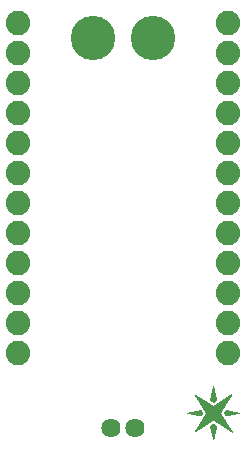
<source format=gts>
G75*
G70*
%OFA0B0*%
%FSLAX24Y24*%
%IPPOS*%
%LPD*%
%AMOC8*
5,1,8,0,0,1.08239X$1,22.5*
%
%ADD10C,0.0820*%
%ADD11C,0.0640*%
%ADD12C,0.1480*%
%ADD13C,0.0010*%
D10*
X001100Y004178D03*
X001100Y005178D03*
X001100Y006178D03*
X001100Y007178D03*
X001100Y008178D03*
X001100Y009178D03*
X001100Y010178D03*
X001100Y011178D03*
X001100Y012178D03*
X001100Y013178D03*
X001100Y014178D03*
X001100Y015178D03*
X008100Y015178D03*
X008100Y014178D03*
X008100Y013178D03*
X008100Y012178D03*
X008100Y011178D03*
X008100Y010178D03*
X008100Y009178D03*
X008100Y008178D03*
X008100Y007178D03*
X008100Y006178D03*
X008100Y005178D03*
X008100Y004178D03*
D11*
X004994Y001678D03*
X004206Y001678D03*
D12*
X003600Y014678D03*
X005600Y014678D03*
D13*
X007600Y003058D02*
X007700Y002598D01*
X007600Y002538D01*
X007500Y002598D01*
X007600Y003058D01*
X007598Y003050D02*
X007602Y003050D01*
X007604Y003041D02*
X007596Y003041D01*
X007594Y003033D02*
X007606Y003033D01*
X007607Y003024D02*
X007593Y003024D01*
X007591Y003016D02*
X007609Y003016D01*
X007611Y003007D02*
X007589Y003007D01*
X007587Y002999D02*
X007613Y002999D01*
X007615Y002990D02*
X007585Y002990D01*
X007583Y002982D02*
X007617Y002982D01*
X007618Y002973D02*
X007582Y002973D01*
X007580Y002965D02*
X007620Y002965D01*
X007622Y002956D02*
X007578Y002956D01*
X007576Y002948D02*
X007624Y002948D01*
X007626Y002939D02*
X007574Y002939D01*
X007572Y002931D02*
X007628Y002931D01*
X007630Y002922D02*
X007570Y002922D01*
X007569Y002914D02*
X007631Y002914D01*
X007633Y002905D02*
X007567Y002905D01*
X007565Y002897D02*
X007635Y002897D01*
X007637Y002888D02*
X007563Y002888D01*
X007561Y002880D02*
X007639Y002880D01*
X007641Y002871D02*
X007559Y002871D01*
X007558Y002863D02*
X007642Y002863D01*
X007644Y002854D02*
X007556Y002854D01*
X007554Y002846D02*
X007646Y002846D01*
X007648Y002837D02*
X007552Y002837D01*
X007550Y002829D02*
X007650Y002829D01*
X007652Y002820D02*
X007548Y002820D01*
X007546Y002812D02*
X007654Y002812D01*
X007655Y002803D02*
X007545Y002803D01*
X007543Y002795D02*
X007657Y002795D01*
X007659Y002786D02*
X007541Y002786D01*
X007539Y002778D02*
X007661Y002778D01*
X007663Y002769D02*
X007537Y002769D01*
X007535Y002761D02*
X007665Y002761D01*
X007667Y002752D02*
X007533Y002752D01*
X007532Y002744D02*
X007668Y002744D01*
X007670Y002735D02*
X007530Y002735D01*
X007528Y002727D02*
X007672Y002727D01*
X007674Y002718D02*
X007526Y002718D01*
X007524Y002710D02*
X007676Y002710D01*
X007678Y002701D02*
X007522Y002701D01*
X007521Y002693D02*
X007679Y002693D01*
X007681Y002684D02*
X007519Y002684D01*
X007517Y002676D02*
X007683Y002676D01*
X007685Y002667D02*
X007515Y002667D01*
X007513Y002659D02*
X007687Y002659D01*
X007689Y002650D02*
X007511Y002650D01*
X007509Y002642D02*
X007691Y002642D01*
X007692Y002633D02*
X007508Y002633D01*
X007506Y002625D02*
X007694Y002625D01*
X007696Y002616D02*
X007504Y002616D01*
X007502Y002608D02*
X007698Y002608D01*
X007700Y002599D02*
X007500Y002599D01*
X007512Y002591D02*
X007688Y002591D01*
X007673Y002582D02*
X007527Y002582D01*
X007541Y002574D02*
X007659Y002574D01*
X007645Y002565D02*
X007555Y002565D01*
X007569Y002557D02*
X007631Y002557D01*
X007617Y002548D02*
X007583Y002548D01*
X007597Y002540D02*
X007603Y002540D01*
X007661Y002438D02*
X007982Y002438D01*
X007987Y002446D02*
X007674Y002446D01*
X007687Y002455D02*
X007992Y002455D01*
X007998Y002463D02*
X007700Y002463D01*
X007713Y002472D02*
X008003Y002472D01*
X008008Y002480D02*
X007726Y002480D01*
X007739Y002489D02*
X008013Y002489D01*
X008019Y002497D02*
X007752Y002497D01*
X007765Y002506D02*
X008024Y002506D01*
X008029Y002514D02*
X007779Y002514D01*
X007792Y002523D02*
X008035Y002523D01*
X008040Y002531D02*
X007805Y002531D01*
X007818Y002540D02*
X008045Y002540D01*
X008051Y002548D02*
X007831Y002548D01*
X007844Y002557D02*
X008056Y002557D01*
X008061Y002565D02*
X007857Y002565D01*
X007870Y002574D02*
X008066Y002574D01*
X008072Y002582D02*
X007883Y002582D01*
X007896Y002591D02*
X008077Y002591D01*
X008082Y002599D02*
X007909Y002599D01*
X007922Y002608D02*
X008088Y002608D01*
X008093Y002616D02*
X007935Y002616D01*
X007949Y002625D02*
X008098Y002625D01*
X008103Y002633D02*
X007962Y002633D01*
X007975Y002642D02*
X008109Y002642D01*
X008114Y002650D02*
X007988Y002650D01*
X008001Y002659D02*
X008119Y002659D01*
X008125Y002667D02*
X008014Y002667D01*
X008027Y002676D02*
X008130Y002676D01*
X008135Y002684D02*
X008040Y002684D01*
X008053Y002693D02*
X008141Y002693D01*
X008146Y002701D02*
X008066Y002701D01*
X008079Y002710D02*
X008151Y002710D01*
X008156Y002718D02*
X008092Y002718D01*
X008105Y002727D02*
X008162Y002727D01*
X008167Y002735D02*
X008119Y002735D01*
X008132Y002744D02*
X008172Y002744D01*
X008178Y002752D02*
X008145Y002752D01*
X008158Y002761D02*
X008183Y002761D01*
X008188Y002769D02*
X008171Y002769D01*
X008184Y002778D02*
X008193Y002778D01*
X008197Y002786D02*
X008199Y002786D01*
X008200Y002788D02*
X007600Y002398D01*
X006990Y002778D01*
X007370Y002178D01*
X006990Y001558D01*
X007600Y001958D01*
X008220Y001548D01*
X007820Y002178D01*
X008200Y002788D01*
X007976Y002429D02*
X007648Y002429D01*
X007635Y002421D02*
X007971Y002421D01*
X007966Y002412D02*
X007622Y002412D01*
X007609Y002404D02*
X007961Y002404D01*
X007955Y002395D02*
X007233Y002395D01*
X007238Y002387D02*
X007950Y002387D01*
X007945Y002378D02*
X007243Y002378D01*
X007249Y002370D02*
X007939Y002370D01*
X007934Y002361D02*
X007254Y002361D01*
X007259Y002353D02*
X007929Y002353D01*
X007923Y002344D02*
X007265Y002344D01*
X007270Y002336D02*
X007918Y002336D01*
X007913Y002327D02*
X007276Y002327D01*
X007281Y002319D02*
X007908Y002319D01*
X007902Y002310D02*
X007286Y002310D01*
X007292Y002301D02*
X007897Y002301D01*
X007892Y002293D02*
X007297Y002293D01*
X007303Y002284D02*
X007886Y002284D01*
X007881Y002276D02*
X007308Y002276D01*
X007313Y002267D02*
X007876Y002267D01*
X007870Y002259D02*
X007319Y002259D01*
X007324Y002250D02*
X007865Y002250D01*
X007860Y002242D02*
X007329Y002242D01*
X007335Y002233D02*
X007855Y002233D01*
X007849Y002225D02*
X007340Y002225D01*
X007346Y002216D02*
X007844Y002216D01*
X007839Y002208D02*
X007351Y002208D01*
X007356Y002199D02*
X007833Y002199D01*
X007828Y002191D02*
X007362Y002191D01*
X007367Y002182D02*
X007823Y002182D01*
X007823Y002174D02*
X007368Y002174D01*
X007362Y002165D02*
X007828Y002165D01*
X007833Y002157D02*
X007357Y002157D01*
X007352Y002148D02*
X007839Y002148D01*
X007844Y002140D02*
X007347Y002140D01*
X007342Y002131D02*
X007849Y002131D01*
X007855Y002123D02*
X007336Y002123D01*
X007331Y002114D02*
X007860Y002114D01*
X007866Y002106D02*
X007326Y002106D01*
X007321Y002097D02*
X007871Y002097D01*
X007876Y002089D02*
X007315Y002089D01*
X007310Y002080D02*
X007882Y002080D01*
X007887Y002072D02*
X007305Y002072D01*
X007300Y002063D02*
X007893Y002063D01*
X007898Y002055D02*
X007295Y002055D01*
X007289Y002046D02*
X007903Y002046D01*
X007909Y002038D02*
X007284Y002038D01*
X007279Y002029D02*
X007914Y002029D01*
X007920Y002021D02*
X007274Y002021D01*
X007269Y002012D02*
X007925Y002012D01*
X007930Y002004D02*
X007263Y002004D01*
X007258Y001995D02*
X007936Y001995D01*
X007941Y001987D02*
X007253Y001987D01*
X007248Y001978D02*
X007947Y001978D01*
X007952Y001970D02*
X007243Y001970D01*
X007237Y001961D02*
X007957Y001961D01*
X007963Y001953D02*
X007608Y001953D01*
X007620Y001944D02*
X007968Y001944D01*
X007974Y001936D02*
X007633Y001936D01*
X007646Y001927D02*
X007979Y001927D01*
X007984Y001919D02*
X007659Y001919D01*
X007672Y001910D02*
X007990Y001910D01*
X007995Y001902D02*
X007685Y001902D01*
X007697Y001893D02*
X008001Y001893D01*
X008006Y001885D02*
X007710Y001885D01*
X007723Y001876D02*
X008011Y001876D01*
X008017Y001868D02*
X007736Y001868D01*
X007749Y001859D02*
X008022Y001859D01*
X008028Y001851D02*
X007762Y001851D01*
X007775Y001842D02*
X008033Y001842D01*
X008038Y001834D02*
X007787Y001834D01*
X007800Y001825D02*
X008044Y001825D01*
X008049Y001817D02*
X007813Y001817D01*
X007826Y001808D02*
X008055Y001808D01*
X008060Y001800D02*
X007839Y001800D01*
X007852Y001791D02*
X008065Y001791D01*
X008071Y001783D02*
X007865Y001783D01*
X007877Y001774D02*
X008076Y001774D01*
X008082Y001766D02*
X007890Y001766D01*
X007903Y001757D02*
X008087Y001757D01*
X008092Y001749D02*
X007916Y001749D01*
X007929Y001740D02*
X008098Y001740D01*
X008103Y001732D02*
X007942Y001732D01*
X007955Y001723D02*
X008109Y001723D01*
X008114Y001715D02*
X007967Y001715D01*
X007980Y001706D02*
X008119Y001706D01*
X008125Y001698D02*
X007993Y001698D01*
X008006Y001689D02*
X008130Y001689D01*
X008136Y001681D02*
X008019Y001681D01*
X008032Y001672D02*
X008141Y001672D01*
X008146Y001664D02*
X008045Y001664D01*
X008057Y001655D02*
X008152Y001655D01*
X008157Y001647D02*
X008070Y001647D01*
X008083Y001638D02*
X008163Y001638D01*
X008168Y001630D02*
X008096Y001630D01*
X008109Y001621D02*
X008173Y001621D01*
X008179Y001613D02*
X008122Y001613D01*
X008135Y001604D02*
X008184Y001604D01*
X008190Y001596D02*
X008147Y001596D01*
X008160Y001587D02*
X008195Y001587D01*
X008200Y001579D02*
X008173Y001579D01*
X008186Y001570D02*
X008206Y001570D01*
X008211Y001562D02*
X008199Y001562D01*
X008212Y001553D02*
X008216Y001553D01*
X008108Y002106D02*
X008008Y002106D01*
X008014Y002097D02*
X008067Y002097D01*
X008025Y002089D02*
X008019Y002089D01*
X008020Y002088D02*
X008460Y002178D01*
X008020Y002268D01*
X007960Y002178D01*
X008020Y002088D01*
X008002Y002114D02*
X008150Y002114D01*
X008191Y002123D02*
X007997Y002123D01*
X007991Y002131D02*
X008233Y002131D01*
X008274Y002140D02*
X007985Y002140D01*
X007980Y002148D02*
X008316Y002148D01*
X008358Y002157D02*
X007974Y002157D01*
X007968Y002165D02*
X008399Y002165D01*
X008396Y002191D02*
X007969Y002191D01*
X007974Y002199D02*
X008355Y002199D01*
X008313Y002208D02*
X007980Y002208D01*
X007986Y002216D02*
X008272Y002216D01*
X008230Y002225D02*
X007991Y002225D01*
X007997Y002233D02*
X008188Y002233D01*
X008147Y002242D02*
X008003Y002242D01*
X008008Y002250D02*
X008105Y002250D01*
X008064Y002259D02*
X008014Y002259D01*
X008020Y002267D02*
X008022Y002267D01*
X007963Y002182D02*
X008438Y002182D01*
X008441Y002174D02*
X007963Y002174D01*
X007672Y001757D02*
X007528Y001757D01*
X007516Y001749D02*
X007684Y001749D01*
X007696Y001740D02*
X007504Y001740D01*
X007500Y001738D02*
X007600Y001808D01*
X007700Y001738D01*
X007600Y001298D01*
X007500Y001738D01*
X007501Y001732D02*
X007699Y001732D01*
X007697Y001723D02*
X007503Y001723D01*
X007505Y001715D02*
X007695Y001715D01*
X007693Y001706D02*
X007507Y001706D01*
X007509Y001698D02*
X007691Y001698D01*
X007689Y001689D02*
X007511Y001689D01*
X007513Y001681D02*
X007687Y001681D01*
X007685Y001672D02*
X007515Y001672D01*
X007517Y001664D02*
X007683Y001664D01*
X007681Y001655D02*
X007519Y001655D01*
X007521Y001647D02*
X007679Y001647D01*
X007677Y001638D02*
X007523Y001638D01*
X007525Y001630D02*
X007675Y001630D01*
X007674Y001621D02*
X007526Y001621D01*
X007528Y001613D02*
X007672Y001613D01*
X007670Y001604D02*
X007530Y001604D01*
X007532Y001596D02*
X007668Y001596D01*
X007666Y001587D02*
X007534Y001587D01*
X007536Y001579D02*
X007664Y001579D01*
X007662Y001570D02*
X007538Y001570D01*
X007540Y001562D02*
X007660Y001562D01*
X007658Y001553D02*
X007542Y001553D01*
X007544Y001545D02*
X007656Y001545D01*
X007654Y001536D02*
X007546Y001536D01*
X007548Y001528D02*
X007652Y001528D01*
X007650Y001519D02*
X007550Y001519D01*
X007552Y001511D02*
X007648Y001511D01*
X007646Y001502D02*
X007554Y001502D01*
X007555Y001494D02*
X007645Y001494D01*
X007643Y001485D02*
X007557Y001485D01*
X007559Y001477D02*
X007641Y001477D01*
X007639Y001468D02*
X007561Y001468D01*
X007563Y001460D02*
X007637Y001460D01*
X007635Y001451D02*
X007565Y001451D01*
X007567Y001443D02*
X007633Y001443D01*
X007631Y001434D02*
X007569Y001434D01*
X007571Y001426D02*
X007629Y001426D01*
X007627Y001417D02*
X007573Y001417D01*
X007575Y001409D02*
X007625Y001409D01*
X007623Y001400D02*
X007577Y001400D01*
X007579Y001392D02*
X007621Y001392D01*
X007619Y001383D02*
X007581Y001383D01*
X007582Y001375D02*
X007618Y001375D01*
X007616Y001366D02*
X007584Y001366D01*
X007586Y001358D02*
X007614Y001358D01*
X007612Y001349D02*
X007588Y001349D01*
X007590Y001341D02*
X007610Y001341D01*
X007608Y001332D02*
X007592Y001332D01*
X007594Y001324D02*
X007606Y001324D01*
X007604Y001315D02*
X007596Y001315D01*
X007598Y001307D02*
X007602Y001307D01*
X007600Y001298D02*
X007600Y001298D01*
X007540Y001766D02*
X007660Y001766D01*
X007648Y001774D02*
X007552Y001774D01*
X007564Y001783D02*
X007636Y001783D01*
X007624Y001791D02*
X007576Y001791D01*
X007589Y001800D02*
X007611Y001800D01*
X007541Y001919D02*
X007211Y001919D01*
X007206Y001910D02*
X007528Y001910D01*
X007515Y001902D02*
X007201Y001902D01*
X007196Y001893D02*
X007502Y001893D01*
X007489Y001885D02*
X007190Y001885D01*
X007185Y001876D02*
X007476Y001876D01*
X007463Y001868D02*
X007180Y001868D01*
X007175Y001859D02*
X007450Y001859D01*
X007437Y001851D02*
X007170Y001851D01*
X007164Y001842D02*
X007424Y001842D01*
X007411Y001834D02*
X007159Y001834D01*
X007154Y001825D02*
X007398Y001825D01*
X007385Y001817D02*
X007149Y001817D01*
X007144Y001808D02*
X007372Y001808D01*
X007359Y001800D02*
X007138Y001800D01*
X007133Y001791D02*
X007346Y001791D01*
X007333Y001783D02*
X007128Y001783D01*
X007123Y001774D02*
X007320Y001774D01*
X007307Y001766D02*
X007118Y001766D01*
X007112Y001757D02*
X007294Y001757D01*
X007281Y001749D02*
X007107Y001749D01*
X007102Y001740D02*
X007268Y001740D01*
X007255Y001732D02*
X007097Y001732D01*
X007091Y001723D02*
X007242Y001723D01*
X007229Y001715D02*
X007086Y001715D01*
X007081Y001706D02*
X007217Y001706D01*
X007204Y001698D02*
X007076Y001698D01*
X007071Y001689D02*
X007191Y001689D01*
X007178Y001681D02*
X007065Y001681D01*
X007060Y001672D02*
X007165Y001672D01*
X007152Y001664D02*
X007055Y001664D01*
X007050Y001655D02*
X007139Y001655D01*
X007126Y001647D02*
X007045Y001647D01*
X007039Y001638D02*
X007113Y001638D01*
X007100Y001630D02*
X007034Y001630D01*
X007029Y001621D02*
X007087Y001621D01*
X007074Y001613D02*
X007024Y001613D01*
X007019Y001604D02*
X007061Y001604D01*
X007048Y001596D02*
X007013Y001596D01*
X007008Y001587D02*
X007035Y001587D01*
X007022Y001579D02*
X007003Y001579D01*
X006998Y001570D02*
X007009Y001570D01*
X006996Y001562D02*
X006992Y001562D01*
X007216Y001927D02*
X007554Y001927D01*
X007567Y001936D02*
X007222Y001936D01*
X007227Y001944D02*
X007579Y001944D01*
X007592Y001953D02*
X007232Y001953D01*
X007180Y002088D02*
X007240Y002178D01*
X007180Y002268D01*
X006720Y002178D01*
X007180Y002088D01*
X007181Y002089D02*
X007175Y002089D01*
X007186Y002097D02*
X007131Y002097D01*
X007088Y002106D02*
X007192Y002106D01*
X007198Y002114D02*
X007044Y002114D01*
X007001Y002123D02*
X007203Y002123D01*
X007209Y002131D02*
X006957Y002131D01*
X006914Y002140D02*
X007215Y002140D01*
X007220Y002148D02*
X006871Y002148D01*
X006827Y002157D02*
X007226Y002157D01*
X007232Y002165D02*
X006784Y002165D01*
X006787Y002191D02*
X007231Y002191D01*
X007226Y002199D02*
X006830Y002199D01*
X006874Y002208D02*
X007220Y002208D01*
X007214Y002216D02*
X006917Y002216D01*
X006960Y002225D02*
X007209Y002225D01*
X007203Y002233D02*
X007004Y002233D01*
X007047Y002242D02*
X007197Y002242D01*
X007192Y002250D02*
X007091Y002250D01*
X007134Y002259D02*
X007186Y002259D01*
X007180Y002267D02*
X007178Y002267D01*
X007237Y002182D02*
X006743Y002182D01*
X006740Y002174D02*
X007237Y002174D01*
X007227Y002404D02*
X007591Y002404D01*
X007577Y002412D02*
X007222Y002412D01*
X007216Y002421D02*
X007564Y002421D01*
X007550Y002429D02*
X007211Y002429D01*
X007206Y002438D02*
X007537Y002438D01*
X007523Y002446D02*
X007200Y002446D01*
X007195Y002455D02*
X007509Y002455D01*
X007496Y002463D02*
X007189Y002463D01*
X007184Y002472D02*
X007482Y002472D01*
X007468Y002480D02*
X007179Y002480D01*
X007173Y002489D02*
X007455Y002489D01*
X007441Y002497D02*
X007168Y002497D01*
X007163Y002506D02*
X007427Y002506D01*
X007414Y002514D02*
X007157Y002514D01*
X007152Y002523D02*
X007400Y002523D01*
X007386Y002531D02*
X007146Y002531D01*
X007141Y002540D02*
X007373Y002540D01*
X007359Y002548D02*
X007136Y002548D01*
X007130Y002557D02*
X007345Y002557D01*
X007332Y002565D02*
X007125Y002565D01*
X007119Y002574D02*
X007318Y002574D01*
X007305Y002582D02*
X007114Y002582D01*
X007109Y002591D02*
X007291Y002591D01*
X007277Y002599D02*
X007103Y002599D01*
X007098Y002608D02*
X007264Y002608D01*
X007250Y002616D02*
X007093Y002616D01*
X007087Y002625D02*
X007236Y002625D01*
X007223Y002633D02*
X007082Y002633D01*
X007076Y002642D02*
X007209Y002642D01*
X007195Y002650D02*
X007071Y002650D01*
X007066Y002659D02*
X007182Y002659D01*
X007168Y002667D02*
X007060Y002667D01*
X007055Y002676D02*
X007154Y002676D01*
X007141Y002684D02*
X007049Y002684D01*
X007044Y002693D02*
X007127Y002693D01*
X007114Y002701D02*
X007039Y002701D01*
X007033Y002710D02*
X007100Y002710D01*
X007086Y002718D02*
X007028Y002718D01*
X007023Y002727D02*
X007073Y002727D01*
X007059Y002735D02*
X007017Y002735D01*
X007012Y002744D02*
X007045Y002744D01*
X007032Y002752D02*
X007006Y002752D01*
X007001Y002761D02*
X007018Y002761D01*
X007004Y002769D02*
X006996Y002769D01*
X006990Y002778D02*
X006991Y002778D01*
M02*

</source>
